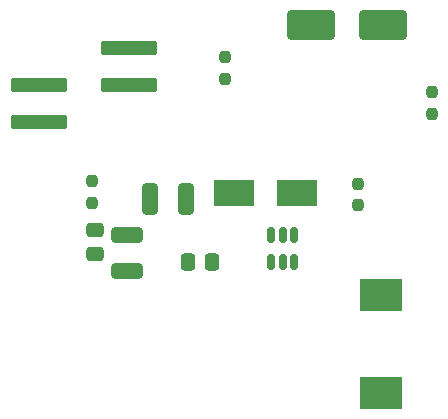
<source format=gbr>
%TF.GenerationSoftware,KiCad,Pcbnew,(6.0.0)*%
%TF.CreationDate,2022-01-15T14:34:17+01:00*%
%TF.ProjectId,bike_pixel_m,62696b65-5f70-4697-9865-6c5f6d2e6b69,v0.5*%
%TF.SameCoordinates,Original*%
%TF.FileFunction,Paste,Top*%
%TF.FilePolarity,Positive*%
%FSLAX46Y46*%
G04 Gerber Fmt 4.6, Leading zero omitted, Abs format (unit mm)*
G04 Created by KiCad (PCBNEW (6.0.0)) date 2022-01-15 14:34:17*
%MOMM*%
%LPD*%
G01*
G04 APERTURE LIST*
G04 Aperture macros list*
%AMRoundRect*
0 Rectangle with rounded corners*
0 $1 Rounding radius*
0 $2 $3 $4 $5 $6 $7 $8 $9 X,Y pos of 4 corners*
0 Add a 4 corners polygon primitive as box body*
4,1,4,$2,$3,$4,$5,$6,$7,$8,$9,$2,$3,0*
0 Add four circle primitives for the rounded corners*
1,1,$1+$1,$2,$3*
1,1,$1+$1,$4,$5*
1,1,$1+$1,$6,$7*
1,1,$1+$1,$8,$9*
0 Add four rect primitives between the rounded corners*
20,1,$1+$1,$2,$3,$4,$5,0*
20,1,$1+$1,$4,$5,$6,$7,0*
20,1,$1+$1,$6,$7,$8,$9,0*
20,1,$1+$1,$8,$9,$2,$3,0*%
G04 Aperture macros list end*
%ADD10RoundRect,0.250000X-1.750000X-1.000000X1.750000X-1.000000X1.750000X1.000000X-1.750000X1.000000X0*%
%ADD11RoundRect,0.237500X0.237500X-0.250000X0.237500X0.250000X-0.237500X0.250000X-0.237500X-0.250000X0*%
%ADD12RoundRect,0.250000X0.337500X0.475000X-0.337500X0.475000X-0.337500X-0.475000X0.337500X-0.475000X0*%
%ADD13R,3.500000X2.300000*%
%ADD14RoundRect,0.250000X-1.075000X0.400000X-1.075000X-0.400000X1.075000X-0.400000X1.075000X0.400000X0*%
%ADD15RoundRect,0.150000X-0.150000X0.512500X-0.150000X-0.512500X0.150000X-0.512500X0.150000X0.512500X0*%
%ADD16R,3.600000X2.700000*%
%ADD17RoundRect,0.250000X-0.475000X0.337500X-0.475000X-0.337500X0.475000X-0.337500X0.475000X0.337500X0*%
%ADD18RoundRect,0.250000X2.125000X-0.362500X2.125000X0.362500X-2.125000X0.362500X-2.125000X-0.362500X0*%
%ADD19RoundRect,0.250000X0.400000X1.075000X-0.400000X1.075000X-0.400000X-1.075000X0.400000X-1.075000X0*%
%ADD20RoundRect,0.250000X-2.125000X0.362500X-2.125000X-0.362500X2.125000X-0.362500X2.125000X0.362500X0*%
G04 APERTURE END LIST*
D10*
%TO.C,C3*%
X146717500Y-85350000D03*
X152817500Y-85350000D03*
%TD*%
D11*
%TO.C,R6*%
X128250000Y-100412500D03*
X128250000Y-98587500D03*
%TD*%
%TO.C,R8*%
X157000000Y-92912500D03*
X157000000Y-91087500D03*
%TD*%
D12*
%TO.C,C1*%
X138375300Y-105410000D03*
X136300300Y-105410000D03*
%TD*%
D13*
%TO.C,D1*%
X140208000Y-99568000D03*
X145608000Y-99568000D03*
%TD*%
D14*
%TO.C,R2*%
X131200000Y-103150000D03*
X131200000Y-106250000D03*
%TD*%
D15*
%TO.C,U1*%
X145298200Y-103154900D03*
X144348200Y-103154900D03*
X143398200Y-103154900D03*
X143398200Y-105429900D03*
X144348200Y-105429900D03*
X145298200Y-105429900D03*
%TD*%
D16*
%TO.C,L1*%
X152654000Y-116545000D03*
X152654000Y-108245000D03*
%TD*%
D17*
%TO.C,C2*%
X128500000Y-102712500D03*
X128500000Y-104787500D03*
%TD*%
D18*
%TO.C,R3*%
X123700000Y-93562500D03*
X123700000Y-90437500D03*
%TD*%
D11*
%TO.C,R7*%
X150750000Y-100662500D03*
X150750000Y-98837500D03*
%TD*%
D19*
%TO.C,R1*%
X136196000Y-100076000D03*
X133096000Y-100076000D03*
%TD*%
D11*
%TO.C,R5*%
X139500000Y-89912500D03*
X139500000Y-88087500D03*
%TD*%
D20*
%TO.C,R4*%
X131350000Y-87350000D03*
X131350000Y-90475000D03*
%TD*%
M02*

</source>
